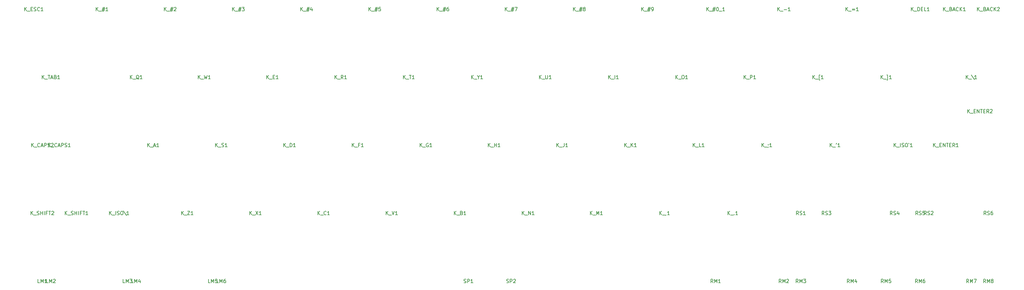
<source format=gto>
%TF.GenerationSoftware,KiCad,Pcbnew,4.0.7*%
%TF.CreationDate,2018-01-29T01:29:02-08:00*%
%TF.ProjectId,VoyagerII,566F796167657249492E6B696361645F,rev?*%
%TF.FileFunction,Legend,Top*%
%FSLAX46Y46*%
G04 Gerber Fmt 4.6, Leading zero omitted, Abs format (unit mm)*
G04 Created by KiCad (PCBNEW 4.0.7) date 01/29/18 01:29:02*
%MOMM*%
%LPD*%
G01*
G04 APERTURE LIST*
%ADD10C,0.100000*%
%ADD11C,0.150000*%
G04 APERTURE END LIST*
D10*
D11*
X245173809Y-60777381D02*
X245173809Y-59777381D01*
X245745238Y-60777381D02*
X245316666Y-60205952D01*
X245745238Y-59777381D02*
X245173809Y-60348810D01*
X245935714Y-60872619D02*
X246697619Y-60872619D01*
X246888095Y-60110714D02*
X247602381Y-60110714D01*
X247173809Y-59682143D02*
X246888095Y-60967857D01*
X247507143Y-60539286D02*
X246792857Y-60539286D01*
X247221429Y-60967857D02*
X247507143Y-59682143D01*
X248126190Y-59777381D02*
X248221429Y-59777381D01*
X248316667Y-59825000D01*
X248364286Y-59872619D01*
X248411905Y-59967857D01*
X248459524Y-60158333D01*
X248459524Y-60396429D01*
X248411905Y-60586905D01*
X248364286Y-60682143D01*
X248316667Y-60729762D01*
X248221429Y-60777381D01*
X248126190Y-60777381D01*
X248030952Y-60729762D01*
X247983333Y-60682143D01*
X247935714Y-60586905D01*
X247888095Y-60396429D01*
X247888095Y-60158333D01*
X247935714Y-59967857D01*
X247983333Y-59872619D01*
X248030952Y-59825000D01*
X248126190Y-59777381D01*
X248650000Y-60872619D02*
X249411905Y-60872619D01*
X250173810Y-60777381D02*
X249602381Y-60777381D01*
X249888095Y-60777381D02*
X249888095Y-59777381D01*
X249792857Y-59920238D01*
X249697619Y-60015476D01*
X249602381Y-60063095D01*
X74580952Y-60777381D02*
X74580952Y-59777381D01*
X75152381Y-60777381D02*
X74723809Y-60205952D01*
X75152381Y-59777381D02*
X74580952Y-60348810D01*
X75342857Y-60872619D02*
X76104762Y-60872619D01*
X76295238Y-60110714D02*
X77009524Y-60110714D01*
X76580952Y-59682143D02*
X76295238Y-60967857D01*
X76914286Y-60539286D02*
X76200000Y-60539286D01*
X76628572Y-60967857D02*
X76914286Y-59682143D01*
X77866667Y-60777381D02*
X77295238Y-60777381D01*
X77580952Y-60777381D02*
X77580952Y-59777381D01*
X77485714Y-59920238D01*
X77390476Y-60015476D01*
X77295238Y-60063095D01*
X93630952Y-60777381D02*
X93630952Y-59777381D01*
X94202381Y-60777381D02*
X93773809Y-60205952D01*
X94202381Y-59777381D02*
X93630952Y-60348810D01*
X94392857Y-60872619D02*
X95154762Y-60872619D01*
X95345238Y-60110714D02*
X96059524Y-60110714D01*
X95630952Y-59682143D02*
X95345238Y-60967857D01*
X95964286Y-60539286D02*
X95250000Y-60539286D01*
X95678572Y-60967857D02*
X95964286Y-59682143D01*
X96345238Y-59872619D02*
X96392857Y-59825000D01*
X96488095Y-59777381D01*
X96726191Y-59777381D01*
X96821429Y-59825000D01*
X96869048Y-59872619D01*
X96916667Y-59967857D01*
X96916667Y-60063095D01*
X96869048Y-60205952D01*
X96297619Y-60777381D01*
X96916667Y-60777381D01*
X112680952Y-60777381D02*
X112680952Y-59777381D01*
X113252381Y-60777381D02*
X112823809Y-60205952D01*
X113252381Y-59777381D02*
X112680952Y-60348810D01*
X113442857Y-60872619D02*
X114204762Y-60872619D01*
X114395238Y-60110714D02*
X115109524Y-60110714D01*
X114680952Y-59682143D02*
X114395238Y-60967857D01*
X115014286Y-60539286D02*
X114300000Y-60539286D01*
X114728572Y-60967857D02*
X115014286Y-59682143D01*
X115347619Y-59777381D02*
X115966667Y-59777381D01*
X115633333Y-60158333D01*
X115776191Y-60158333D01*
X115871429Y-60205952D01*
X115919048Y-60253571D01*
X115966667Y-60348810D01*
X115966667Y-60586905D01*
X115919048Y-60682143D01*
X115871429Y-60729762D01*
X115776191Y-60777381D01*
X115490476Y-60777381D01*
X115395238Y-60729762D01*
X115347619Y-60682143D01*
X131730952Y-60777381D02*
X131730952Y-59777381D01*
X132302381Y-60777381D02*
X131873809Y-60205952D01*
X132302381Y-59777381D02*
X131730952Y-60348810D01*
X132492857Y-60872619D02*
X133254762Y-60872619D01*
X133445238Y-60110714D02*
X134159524Y-60110714D01*
X133730952Y-59682143D02*
X133445238Y-60967857D01*
X134064286Y-60539286D02*
X133350000Y-60539286D01*
X133778572Y-60967857D02*
X134064286Y-59682143D01*
X134921429Y-60110714D02*
X134921429Y-60777381D01*
X134683333Y-59729762D02*
X134445238Y-60444048D01*
X135064286Y-60444048D01*
X150780952Y-60777381D02*
X150780952Y-59777381D01*
X151352381Y-60777381D02*
X150923809Y-60205952D01*
X151352381Y-59777381D02*
X150780952Y-60348810D01*
X151542857Y-60872619D02*
X152304762Y-60872619D01*
X152495238Y-60110714D02*
X153209524Y-60110714D01*
X152780952Y-59682143D02*
X152495238Y-60967857D01*
X153114286Y-60539286D02*
X152400000Y-60539286D01*
X152828572Y-60967857D02*
X153114286Y-59682143D01*
X154019048Y-59777381D02*
X153542857Y-59777381D01*
X153495238Y-60253571D01*
X153542857Y-60205952D01*
X153638095Y-60158333D01*
X153876191Y-60158333D01*
X153971429Y-60205952D01*
X154019048Y-60253571D01*
X154066667Y-60348810D01*
X154066667Y-60586905D01*
X154019048Y-60682143D01*
X153971429Y-60729762D01*
X153876191Y-60777381D01*
X153638095Y-60777381D01*
X153542857Y-60729762D01*
X153495238Y-60682143D01*
X169830952Y-60777381D02*
X169830952Y-59777381D01*
X170402381Y-60777381D02*
X169973809Y-60205952D01*
X170402381Y-59777381D02*
X169830952Y-60348810D01*
X170592857Y-60872619D02*
X171354762Y-60872619D01*
X171545238Y-60110714D02*
X172259524Y-60110714D01*
X171830952Y-59682143D02*
X171545238Y-60967857D01*
X172164286Y-60539286D02*
X171450000Y-60539286D01*
X171878572Y-60967857D02*
X172164286Y-59682143D01*
X173021429Y-59777381D02*
X172830952Y-59777381D01*
X172735714Y-59825000D01*
X172688095Y-59872619D01*
X172592857Y-60015476D01*
X172545238Y-60205952D01*
X172545238Y-60586905D01*
X172592857Y-60682143D01*
X172640476Y-60729762D01*
X172735714Y-60777381D01*
X172926191Y-60777381D01*
X173021429Y-60729762D01*
X173069048Y-60682143D01*
X173116667Y-60586905D01*
X173116667Y-60348810D01*
X173069048Y-60253571D01*
X173021429Y-60205952D01*
X172926191Y-60158333D01*
X172735714Y-60158333D01*
X172640476Y-60205952D01*
X172592857Y-60253571D01*
X172545238Y-60348810D01*
X188880952Y-60777381D02*
X188880952Y-59777381D01*
X189452381Y-60777381D02*
X189023809Y-60205952D01*
X189452381Y-59777381D02*
X188880952Y-60348810D01*
X189642857Y-60872619D02*
X190404762Y-60872619D01*
X190595238Y-60110714D02*
X191309524Y-60110714D01*
X190880952Y-59682143D02*
X190595238Y-60967857D01*
X191214286Y-60539286D02*
X190500000Y-60539286D01*
X190928572Y-60967857D02*
X191214286Y-59682143D01*
X191547619Y-59777381D02*
X192214286Y-59777381D01*
X191785714Y-60777381D01*
X207930952Y-60777381D02*
X207930952Y-59777381D01*
X208502381Y-60777381D02*
X208073809Y-60205952D01*
X208502381Y-59777381D02*
X207930952Y-60348810D01*
X208692857Y-60872619D02*
X209454762Y-60872619D01*
X209645238Y-60110714D02*
X210359524Y-60110714D01*
X209930952Y-59682143D02*
X209645238Y-60967857D01*
X210264286Y-60539286D02*
X209550000Y-60539286D01*
X209978572Y-60967857D02*
X210264286Y-59682143D01*
X210835714Y-60205952D02*
X210740476Y-60158333D01*
X210692857Y-60110714D01*
X210645238Y-60015476D01*
X210645238Y-59967857D01*
X210692857Y-59872619D01*
X210740476Y-59825000D01*
X210835714Y-59777381D01*
X211026191Y-59777381D01*
X211121429Y-59825000D01*
X211169048Y-59872619D01*
X211216667Y-59967857D01*
X211216667Y-60015476D01*
X211169048Y-60110714D01*
X211121429Y-60158333D01*
X211026191Y-60205952D01*
X210835714Y-60205952D01*
X210740476Y-60253571D01*
X210692857Y-60301190D01*
X210645238Y-60396429D01*
X210645238Y-60586905D01*
X210692857Y-60682143D01*
X210740476Y-60729762D01*
X210835714Y-60777381D01*
X211026191Y-60777381D01*
X211121429Y-60729762D01*
X211169048Y-60682143D01*
X211216667Y-60586905D01*
X211216667Y-60396429D01*
X211169048Y-60301190D01*
X211121429Y-60253571D01*
X211026191Y-60205952D01*
X226980952Y-60777381D02*
X226980952Y-59777381D01*
X227552381Y-60777381D02*
X227123809Y-60205952D01*
X227552381Y-59777381D02*
X226980952Y-60348810D01*
X227742857Y-60872619D02*
X228504762Y-60872619D01*
X228695238Y-60110714D02*
X229409524Y-60110714D01*
X228980952Y-59682143D02*
X228695238Y-60967857D01*
X229314286Y-60539286D02*
X228600000Y-60539286D01*
X229028572Y-60967857D02*
X229314286Y-59682143D01*
X229790476Y-60777381D02*
X229980952Y-60777381D01*
X230076191Y-60729762D01*
X230123810Y-60682143D01*
X230219048Y-60539286D01*
X230266667Y-60348810D01*
X230266667Y-59967857D01*
X230219048Y-59872619D01*
X230171429Y-59825000D01*
X230076191Y-59777381D01*
X229885714Y-59777381D01*
X229790476Y-59825000D01*
X229742857Y-59872619D01*
X229695238Y-59967857D01*
X229695238Y-60205952D01*
X229742857Y-60301190D01*
X229790476Y-60348810D01*
X229885714Y-60396429D01*
X230076191Y-60396429D01*
X230171429Y-60348810D01*
X230219048Y-60301190D01*
X230266667Y-60205952D01*
X279630357Y-98877381D02*
X279630357Y-97877381D01*
X280201786Y-98877381D02*
X279773214Y-98305952D01*
X280201786Y-97877381D02*
X279630357Y-98448810D01*
X280392262Y-98972619D02*
X281154167Y-98972619D01*
X281439881Y-97877381D02*
X281344643Y-98067857D01*
X282392262Y-98877381D02*
X281820833Y-98877381D01*
X282106547Y-98877381D02*
X282106547Y-97877381D01*
X282011309Y-98020238D01*
X281916071Y-98115476D01*
X281820833Y-98163095D01*
X232005357Y-117927381D02*
X232005357Y-116927381D01*
X232576786Y-117927381D02*
X232148214Y-117355952D01*
X232576786Y-116927381D02*
X232005357Y-117498810D01*
X232767262Y-118022619D02*
X233529167Y-118022619D01*
X233814881Y-117879762D02*
X233814881Y-117927381D01*
X233767262Y-118022619D01*
X233719643Y-118070238D01*
X234767262Y-117927381D02*
X234195833Y-117927381D01*
X234481547Y-117927381D02*
X234481547Y-116927381D01*
X234386309Y-117070238D01*
X234291071Y-117165476D01*
X234195833Y-117213095D01*
X264961905Y-60777381D02*
X264961905Y-59777381D01*
X265533334Y-60777381D02*
X265104762Y-60205952D01*
X265533334Y-59777381D02*
X264961905Y-60348810D01*
X265723810Y-60872619D02*
X266485715Y-60872619D01*
X266723810Y-60396429D02*
X267485715Y-60396429D01*
X268485715Y-60777381D02*
X267914286Y-60777381D01*
X268200000Y-60777381D02*
X268200000Y-59777381D01*
X268104762Y-59920238D01*
X268009524Y-60015476D01*
X267914286Y-60063095D01*
X251055357Y-117927381D02*
X251055357Y-116927381D01*
X251626786Y-117927381D02*
X251198214Y-117355952D01*
X251626786Y-116927381D02*
X251055357Y-117498810D01*
X251817262Y-118022619D02*
X252579167Y-118022619D01*
X252817262Y-117832143D02*
X252864881Y-117879762D01*
X252817262Y-117927381D01*
X252769643Y-117879762D01*
X252817262Y-117832143D01*
X252817262Y-117927381D01*
X253817262Y-117927381D02*
X253245833Y-117927381D01*
X253531547Y-117927381D02*
X253531547Y-116927381D01*
X253436309Y-117070238D01*
X253341071Y-117165476D01*
X253245833Y-117213095D01*
X260580357Y-98877381D02*
X260580357Y-97877381D01*
X261151786Y-98877381D02*
X260723214Y-98305952D01*
X261151786Y-97877381D02*
X260580357Y-98448810D01*
X261342262Y-98972619D02*
X262104167Y-98972619D01*
X262389881Y-98829762D02*
X262389881Y-98877381D01*
X262342262Y-98972619D01*
X262294643Y-99020238D01*
X262342262Y-98258333D02*
X262389881Y-98305952D01*
X262342262Y-98353571D01*
X262294643Y-98305952D01*
X262342262Y-98258333D01*
X262342262Y-98353571D01*
X263342262Y-98877381D02*
X262770833Y-98877381D01*
X263056547Y-98877381D02*
X263056547Y-97877381D01*
X262961309Y-98020238D01*
X262866071Y-98115476D01*
X262770833Y-98163095D01*
X284011905Y-60777381D02*
X284011905Y-59777381D01*
X284583334Y-60777381D02*
X284154762Y-60205952D01*
X284583334Y-59777381D02*
X284011905Y-60348810D01*
X284773810Y-60872619D02*
X285535715Y-60872619D01*
X285773810Y-60253571D02*
X286535715Y-60253571D01*
X286535715Y-60539286D02*
X285773810Y-60539286D01*
X287535715Y-60777381D02*
X286964286Y-60777381D01*
X287250000Y-60777381D02*
X287250000Y-59777381D01*
X287154762Y-59920238D01*
X287059524Y-60015476D01*
X286964286Y-60063095D01*
X88939881Y-98877381D02*
X88939881Y-97877381D01*
X89511310Y-98877381D02*
X89082738Y-98305952D01*
X89511310Y-97877381D02*
X88939881Y-98448810D01*
X89701786Y-98972619D02*
X90463691Y-98972619D01*
X90654167Y-98591667D02*
X91130358Y-98591667D01*
X90558929Y-98877381D02*
X90892262Y-97877381D01*
X91225596Y-98877381D01*
X92082739Y-98877381D02*
X91511310Y-98877381D01*
X91797024Y-98877381D02*
X91797024Y-97877381D01*
X91701786Y-98020238D01*
X91606548Y-98115476D01*
X91511310Y-98163095D01*
X174593452Y-117927381D02*
X174593452Y-116927381D01*
X175164881Y-117927381D02*
X174736309Y-117355952D01*
X175164881Y-116927381D02*
X174593452Y-117498810D01*
X175355357Y-118022619D02*
X176117262Y-118022619D01*
X176688691Y-117403571D02*
X176831548Y-117451190D01*
X176879167Y-117498810D01*
X176926786Y-117594048D01*
X176926786Y-117736905D01*
X176879167Y-117832143D01*
X176831548Y-117879762D01*
X176736310Y-117927381D01*
X176355357Y-117927381D01*
X176355357Y-116927381D01*
X176688691Y-116927381D01*
X176783929Y-116975000D01*
X176831548Y-117022619D01*
X176879167Y-117117857D01*
X176879167Y-117213095D01*
X176831548Y-117308333D01*
X176783929Y-117355952D01*
X176688691Y-117403571D01*
X176355357Y-117403571D01*
X177879167Y-117927381D02*
X177307738Y-117927381D01*
X177593452Y-117927381D02*
X177593452Y-116927381D01*
X177498214Y-117070238D01*
X177402976Y-117165476D01*
X177307738Y-117213095D01*
X311277381Y-60777381D02*
X311277381Y-59777381D01*
X311848810Y-60777381D02*
X311420238Y-60205952D01*
X311848810Y-59777381D02*
X311277381Y-60348810D01*
X312039286Y-60872619D02*
X312801191Y-60872619D01*
X313372620Y-60253571D02*
X313515477Y-60301190D01*
X313563096Y-60348810D01*
X313610715Y-60444048D01*
X313610715Y-60586905D01*
X313563096Y-60682143D01*
X313515477Y-60729762D01*
X313420239Y-60777381D01*
X313039286Y-60777381D01*
X313039286Y-59777381D01*
X313372620Y-59777381D01*
X313467858Y-59825000D01*
X313515477Y-59872619D01*
X313563096Y-59967857D01*
X313563096Y-60063095D01*
X313515477Y-60158333D01*
X313467858Y-60205952D01*
X313372620Y-60253571D01*
X313039286Y-60253571D01*
X313991667Y-60491667D02*
X314467858Y-60491667D01*
X313896429Y-60777381D02*
X314229762Y-59777381D01*
X314563096Y-60777381D01*
X315467858Y-60682143D02*
X315420239Y-60729762D01*
X315277382Y-60777381D01*
X315182144Y-60777381D01*
X315039286Y-60729762D01*
X314944048Y-60634524D01*
X314896429Y-60539286D01*
X314848810Y-60348810D01*
X314848810Y-60205952D01*
X314896429Y-60015476D01*
X314944048Y-59920238D01*
X315039286Y-59825000D01*
X315182144Y-59777381D01*
X315277382Y-59777381D01*
X315420239Y-59825000D01*
X315467858Y-59872619D01*
X315896429Y-60777381D02*
X315896429Y-59777381D01*
X316467858Y-60777381D02*
X316039286Y-60205952D01*
X316467858Y-59777381D02*
X315896429Y-60348810D01*
X317420239Y-60777381D02*
X316848810Y-60777381D01*
X317134524Y-60777381D02*
X317134524Y-59777381D01*
X317039286Y-59920238D01*
X316944048Y-60015476D01*
X316848810Y-60063095D01*
X320802381Y-60777381D02*
X320802381Y-59777381D01*
X321373810Y-60777381D02*
X320945238Y-60205952D01*
X321373810Y-59777381D02*
X320802381Y-60348810D01*
X321564286Y-60872619D02*
X322326191Y-60872619D01*
X322897620Y-60253571D02*
X323040477Y-60301190D01*
X323088096Y-60348810D01*
X323135715Y-60444048D01*
X323135715Y-60586905D01*
X323088096Y-60682143D01*
X323040477Y-60729762D01*
X322945239Y-60777381D01*
X322564286Y-60777381D01*
X322564286Y-59777381D01*
X322897620Y-59777381D01*
X322992858Y-59825000D01*
X323040477Y-59872619D01*
X323088096Y-59967857D01*
X323088096Y-60063095D01*
X323040477Y-60158333D01*
X322992858Y-60205952D01*
X322897620Y-60253571D01*
X322564286Y-60253571D01*
X323516667Y-60491667D02*
X323992858Y-60491667D01*
X323421429Y-60777381D02*
X323754762Y-59777381D01*
X324088096Y-60777381D01*
X324992858Y-60682143D02*
X324945239Y-60729762D01*
X324802382Y-60777381D01*
X324707144Y-60777381D01*
X324564286Y-60729762D01*
X324469048Y-60634524D01*
X324421429Y-60539286D01*
X324373810Y-60348810D01*
X324373810Y-60205952D01*
X324421429Y-60015476D01*
X324469048Y-59920238D01*
X324564286Y-59825000D01*
X324707144Y-59777381D01*
X324802382Y-59777381D01*
X324945239Y-59825000D01*
X324992858Y-59872619D01*
X325421429Y-60777381D02*
X325421429Y-59777381D01*
X325992858Y-60777381D02*
X325564286Y-60205952D01*
X325992858Y-59777381D02*
X325421429Y-60348810D01*
X326373810Y-59872619D02*
X326421429Y-59825000D01*
X326516667Y-59777381D01*
X326754763Y-59777381D01*
X326850001Y-59825000D01*
X326897620Y-59872619D01*
X326945239Y-59967857D01*
X326945239Y-60063095D01*
X326897620Y-60205952D01*
X326326191Y-60777381D01*
X326945239Y-60777381D01*
X136493452Y-117927381D02*
X136493452Y-116927381D01*
X137064881Y-117927381D02*
X136636309Y-117355952D01*
X137064881Y-116927381D02*
X136493452Y-117498810D01*
X137255357Y-118022619D02*
X138017262Y-118022619D01*
X138826786Y-117832143D02*
X138779167Y-117879762D01*
X138636310Y-117927381D01*
X138541072Y-117927381D01*
X138398214Y-117879762D01*
X138302976Y-117784524D01*
X138255357Y-117689286D01*
X138207738Y-117498810D01*
X138207738Y-117355952D01*
X138255357Y-117165476D01*
X138302976Y-117070238D01*
X138398214Y-116975000D01*
X138541072Y-116927381D01*
X138636310Y-116927381D01*
X138779167Y-116975000D01*
X138826786Y-117022619D01*
X139779167Y-117927381D02*
X139207738Y-117927381D01*
X139493452Y-117927381D02*
X139493452Y-116927381D01*
X139398214Y-117070238D01*
X139302976Y-117165476D01*
X139207738Y-117213095D01*
X61269940Y-98877381D02*
X61269940Y-97877381D01*
X61841369Y-98877381D02*
X61412797Y-98305952D01*
X61841369Y-97877381D02*
X61269940Y-98448810D01*
X62031845Y-98972619D02*
X62793750Y-98972619D01*
X63603274Y-98782143D02*
X63555655Y-98829762D01*
X63412798Y-98877381D01*
X63317560Y-98877381D01*
X63174702Y-98829762D01*
X63079464Y-98734524D01*
X63031845Y-98639286D01*
X62984226Y-98448810D01*
X62984226Y-98305952D01*
X63031845Y-98115476D01*
X63079464Y-98020238D01*
X63174702Y-97925000D01*
X63317560Y-97877381D01*
X63412798Y-97877381D01*
X63555655Y-97925000D01*
X63603274Y-97972619D01*
X63984226Y-98591667D02*
X64460417Y-98591667D01*
X63888988Y-98877381D02*
X64222321Y-97877381D01*
X64555655Y-98877381D01*
X64888988Y-98877381D02*
X64888988Y-97877381D01*
X65269941Y-97877381D01*
X65365179Y-97925000D01*
X65412798Y-97972619D01*
X65460417Y-98067857D01*
X65460417Y-98210714D01*
X65412798Y-98305952D01*
X65365179Y-98353571D01*
X65269941Y-98401190D01*
X64888988Y-98401190D01*
X65841369Y-98829762D02*
X65984226Y-98877381D01*
X66222322Y-98877381D01*
X66317560Y-98829762D01*
X66365179Y-98782143D01*
X66412798Y-98686905D01*
X66412798Y-98591667D01*
X66365179Y-98496429D01*
X66317560Y-98448810D01*
X66222322Y-98401190D01*
X66031845Y-98353571D01*
X65936607Y-98305952D01*
X65888988Y-98258333D01*
X65841369Y-98163095D01*
X65841369Y-98067857D01*
X65888988Y-97972619D01*
X65936607Y-97925000D01*
X66031845Y-97877381D01*
X66269941Y-97877381D01*
X66412798Y-97925000D01*
X67365179Y-98877381D02*
X66793750Y-98877381D01*
X67079464Y-98877381D02*
X67079464Y-97877381D01*
X66984226Y-98020238D01*
X66888988Y-98115476D01*
X66793750Y-98163095D01*
X56507440Y-98877381D02*
X56507440Y-97877381D01*
X57078869Y-98877381D02*
X56650297Y-98305952D01*
X57078869Y-97877381D02*
X56507440Y-98448810D01*
X57269345Y-98972619D02*
X58031250Y-98972619D01*
X58840774Y-98782143D02*
X58793155Y-98829762D01*
X58650298Y-98877381D01*
X58555060Y-98877381D01*
X58412202Y-98829762D01*
X58316964Y-98734524D01*
X58269345Y-98639286D01*
X58221726Y-98448810D01*
X58221726Y-98305952D01*
X58269345Y-98115476D01*
X58316964Y-98020238D01*
X58412202Y-97925000D01*
X58555060Y-97877381D01*
X58650298Y-97877381D01*
X58793155Y-97925000D01*
X58840774Y-97972619D01*
X59221726Y-98591667D02*
X59697917Y-98591667D01*
X59126488Y-98877381D02*
X59459821Y-97877381D01*
X59793155Y-98877381D01*
X60126488Y-98877381D02*
X60126488Y-97877381D01*
X60507441Y-97877381D01*
X60602679Y-97925000D01*
X60650298Y-97972619D01*
X60697917Y-98067857D01*
X60697917Y-98210714D01*
X60650298Y-98305952D01*
X60602679Y-98353571D01*
X60507441Y-98401190D01*
X60126488Y-98401190D01*
X61078869Y-98829762D02*
X61221726Y-98877381D01*
X61459822Y-98877381D01*
X61555060Y-98829762D01*
X61602679Y-98782143D01*
X61650298Y-98686905D01*
X61650298Y-98591667D01*
X61602679Y-98496429D01*
X61555060Y-98448810D01*
X61459822Y-98401190D01*
X61269345Y-98353571D01*
X61174107Y-98305952D01*
X61126488Y-98258333D01*
X61078869Y-98163095D01*
X61078869Y-98067857D01*
X61126488Y-97972619D01*
X61174107Y-97925000D01*
X61269345Y-97877381D01*
X61507441Y-97877381D01*
X61650298Y-97925000D01*
X62031250Y-97972619D02*
X62078869Y-97925000D01*
X62174107Y-97877381D01*
X62412203Y-97877381D01*
X62507441Y-97925000D01*
X62555060Y-97972619D01*
X62602679Y-98067857D01*
X62602679Y-98163095D01*
X62555060Y-98305952D01*
X61983631Y-98877381D01*
X62602679Y-98877381D01*
X126968452Y-98877381D02*
X126968452Y-97877381D01*
X127539881Y-98877381D02*
X127111309Y-98305952D01*
X127539881Y-97877381D02*
X126968452Y-98448810D01*
X127730357Y-98972619D02*
X128492262Y-98972619D01*
X128730357Y-98877381D02*
X128730357Y-97877381D01*
X128968452Y-97877381D01*
X129111310Y-97925000D01*
X129206548Y-98020238D01*
X129254167Y-98115476D01*
X129301786Y-98305952D01*
X129301786Y-98448810D01*
X129254167Y-98639286D01*
X129206548Y-98734524D01*
X129111310Y-98829762D01*
X128968452Y-98877381D01*
X128730357Y-98877381D01*
X130254167Y-98877381D02*
X129682738Y-98877381D01*
X129968452Y-98877381D02*
X129968452Y-97877381D01*
X129873214Y-98020238D01*
X129777976Y-98115476D01*
X129682738Y-98163095D01*
X302323809Y-60777381D02*
X302323809Y-59777381D01*
X302895238Y-60777381D02*
X302466666Y-60205952D01*
X302895238Y-59777381D02*
X302323809Y-60348810D01*
X303085714Y-60872619D02*
X303847619Y-60872619D01*
X304085714Y-60777381D02*
X304085714Y-59777381D01*
X304323809Y-59777381D01*
X304466667Y-59825000D01*
X304561905Y-59920238D01*
X304609524Y-60015476D01*
X304657143Y-60205952D01*
X304657143Y-60348810D01*
X304609524Y-60539286D01*
X304561905Y-60634524D01*
X304466667Y-60729762D01*
X304323809Y-60777381D01*
X304085714Y-60777381D01*
X305085714Y-60253571D02*
X305419048Y-60253571D01*
X305561905Y-60777381D02*
X305085714Y-60777381D01*
X305085714Y-59777381D01*
X305561905Y-59777381D01*
X306466667Y-60777381D02*
X305990476Y-60777381D01*
X305990476Y-59777381D01*
X307323810Y-60777381D02*
X306752381Y-60777381D01*
X307038095Y-60777381D02*
X307038095Y-59777381D01*
X306942857Y-59920238D01*
X306847619Y-60015476D01*
X306752381Y-60063095D01*
X122253571Y-79827381D02*
X122253571Y-78827381D01*
X122825000Y-79827381D02*
X122396428Y-79255952D01*
X122825000Y-78827381D02*
X122253571Y-79398810D01*
X123015476Y-79922619D02*
X123777381Y-79922619D01*
X124015476Y-79303571D02*
X124348810Y-79303571D01*
X124491667Y-79827381D02*
X124015476Y-79827381D01*
X124015476Y-78827381D01*
X124491667Y-78827381D01*
X125444048Y-79827381D02*
X124872619Y-79827381D01*
X125158333Y-79827381D02*
X125158333Y-78827381D01*
X125063095Y-78970238D01*
X124967857Y-79065476D01*
X124872619Y-79113095D01*
X308515178Y-98877381D02*
X308515178Y-97877381D01*
X309086607Y-98877381D02*
X308658035Y-98305952D01*
X309086607Y-97877381D02*
X308515178Y-98448810D01*
X309277083Y-98972619D02*
X310038988Y-98972619D01*
X310277083Y-98353571D02*
X310610417Y-98353571D01*
X310753274Y-98877381D02*
X310277083Y-98877381D01*
X310277083Y-97877381D01*
X310753274Y-97877381D01*
X311181845Y-98877381D02*
X311181845Y-97877381D01*
X311753274Y-98877381D01*
X311753274Y-97877381D01*
X312086607Y-97877381D02*
X312658036Y-97877381D01*
X312372321Y-98877381D02*
X312372321Y-97877381D01*
X312991369Y-98353571D02*
X313324703Y-98353571D01*
X313467560Y-98877381D02*
X312991369Y-98877381D01*
X312991369Y-97877381D01*
X313467560Y-97877381D01*
X314467560Y-98877381D02*
X314134226Y-98401190D01*
X313896131Y-98877381D02*
X313896131Y-97877381D01*
X314277084Y-97877381D01*
X314372322Y-97925000D01*
X314419941Y-97972619D01*
X314467560Y-98067857D01*
X314467560Y-98210714D01*
X314419941Y-98305952D01*
X314372322Y-98353571D01*
X314277084Y-98401190D01*
X313896131Y-98401190D01*
X315419941Y-98877381D02*
X314848512Y-98877381D01*
X315134226Y-98877381D02*
X315134226Y-97877381D01*
X315038988Y-98020238D01*
X314943750Y-98115476D01*
X314848512Y-98163095D01*
X318040178Y-89352381D02*
X318040178Y-88352381D01*
X318611607Y-89352381D02*
X318183035Y-88780952D01*
X318611607Y-88352381D02*
X318040178Y-88923810D01*
X318802083Y-89447619D02*
X319563988Y-89447619D01*
X319802083Y-88828571D02*
X320135417Y-88828571D01*
X320278274Y-89352381D02*
X319802083Y-89352381D01*
X319802083Y-88352381D01*
X320278274Y-88352381D01*
X320706845Y-89352381D02*
X320706845Y-88352381D01*
X321278274Y-89352381D01*
X321278274Y-88352381D01*
X321611607Y-88352381D02*
X322183036Y-88352381D01*
X321897321Y-89352381D02*
X321897321Y-88352381D01*
X322516369Y-88828571D02*
X322849703Y-88828571D01*
X322992560Y-89352381D02*
X322516369Y-89352381D01*
X322516369Y-88352381D01*
X322992560Y-88352381D01*
X323992560Y-89352381D02*
X323659226Y-88876190D01*
X323421131Y-89352381D02*
X323421131Y-88352381D01*
X323802084Y-88352381D01*
X323897322Y-88400000D01*
X323944941Y-88447619D01*
X323992560Y-88542857D01*
X323992560Y-88685714D01*
X323944941Y-88780952D01*
X323897322Y-88828571D01*
X323802084Y-88876190D01*
X323421131Y-88876190D01*
X324373512Y-88447619D02*
X324421131Y-88400000D01*
X324516369Y-88352381D01*
X324754465Y-88352381D01*
X324849703Y-88400000D01*
X324897322Y-88447619D01*
X324944941Y-88542857D01*
X324944941Y-88638095D01*
X324897322Y-88780952D01*
X324325893Y-89352381D01*
X324944941Y-89352381D01*
X54602381Y-60777381D02*
X54602381Y-59777381D01*
X55173810Y-60777381D02*
X54745238Y-60205952D01*
X55173810Y-59777381D02*
X54602381Y-60348810D01*
X55364286Y-60872619D02*
X56126191Y-60872619D01*
X56364286Y-60253571D02*
X56697620Y-60253571D01*
X56840477Y-60777381D02*
X56364286Y-60777381D01*
X56364286Y-59777381D01*
X56840477Y-59777381D01*
X57221429Y-60729762D02*
X57364286Y-60777381D01*
X57602382Y-60777381D01*
X57697620Y-60729762D01*
X57745239Y-60682143D01*
X57792858Y-60586905D01*
X57792858Y-60491667D01*
X57745239Y-60396429D01*
X57697620Y-60348810D01*
X57602382Y-60301190D01*
X57411905Y-60253571D01*
X57316667Y-60205952D01*
X57269048Y-60158333D01*
X57221429Y-60063095D01*
X57221429Y-59967857D01*
X57269048Y-59872619D01*
X57316667Y-59825000D01*
X57411905Y-59777381D01*
X57650001Y-59777381D01*
X57792858Y-59825000D01*
X58792858Y-60682143D02*
X58745239Y-60729762D01*
X58602382Y-60777381D01*
X58507144Y-60777381D01*
X58364286Y-60729762D01*
X58269048Y-60634524D01*
X58221429Y-60539286D01*
X58173810Y-60348810D01*
X58173810Y-60205952D01*
X58221429Y-60015476D01*
X58269048Y-59920238D01*
X58364286Y-59825000D01*
X58507144Y-59777381D01*
X58602382Y-59777381D01*
X58745239Y-59825000D01*
X58792858Y-59872619D01*
X59745239Y-60777381D02*
X59173810Y-60777381D01*
X59459524Y-60777381D02*
X59459524Y-59777381D01*
X59364286Y-59920238D01*
X59269048Y-60015476D01*
X59173810Y-60063095D01*
X146089881Y-98877381D02*
X146089881Y-97877381D01*
X146661310Y-98877381D02*
X146232738Y-98305952D01*
X146661310Y-97877381D02*
X146089881Y-98448810D01*
X146851786Y-98972619D02*
X147613691Y-98972619D01*
X148185120Y-98353571D02*
X147851786Y-98353571D01*
X147851786Y-98877381D02*
X147851786Y-97877381D01*
X148327977Y-97877381D01*
X149232739Y-98877381D02*
X148661310Y-98877381D01*
X148947024Y-98877381D02*
X148947024Y-97877381D01*
X148851786Y-98020238D01*
X148756548Y-98115476D01*
X148661310Y-98163095D01*
X165068452Y-98877381D02*
X165068452Y-97877381D01*
X165639881Y-98877381D02*
X165211309Y-98305952D01*
X165639881Y-97877381D02*
X165068452Y-98448810D01*
X165830357Y-98972619D02*
X166592262Y-98972619D01*
X167354167Y-97925000D02*
X167258929Y-97877381D01*
X167116072Y-97877381D01*
X166973214Y-97925000D01*
X166877976Y-98020238D01*
X166830357Y-98115476D01*
X166782738Y-98305952D01*
X166782738Y-98448810D01*
X166830357Y-98639286D01*
X166877976Y-98734524D01*
X166973214Y-98829762D01*
X167116072Y-98877381D01*
X167211310Y-98877381D01*
X167354167Y-98829762D01*
X167401786Y-98782143D01*
X167401786Y-98448810D01*
X167211310Y-98448810D01*
X168354167Y-98877381D02*
X167782738Y-98877381D01*
X168068452Y-98877381D02*
X168068452Y-97877381D01*
X167973214Y-98020238D01*
X167877976Y-98115476D01*
X167782738Y-98163095D01*
X184094643Y-98877381D02*
X184094643Y-97877381D01*
X184666072Y-98877381D02*
X184237500Y-98305952D01*
X184666072Y-97877381D02*
X184094643Y-98448810D01*
X184856548Y-98972619D02*
X185618453Y-98972619D01*
X185856548Y-98877381D02*
X185856548Y-97877381D01*
X185856548Y-98353571D02*
X186427977Y-98353571D01*
X186427977Y-98877381D02*
X186427977Y-97877381D01*
X187427977Y-98877381D02*
X186856548Y-98877381D01*
X187142262Y-98877381D02*
X187142262Y-97877381D01*
X187047024Y-98020238D01*
X186951786Y-98115476D01*
X186856548Y-98163095D01*
X217717857Y-79827381D02*
X217717857Y-78827381D01*
X218289286Y-79827381D02*
X217860714Y-79255952D01*
X218289286Y-78827381D02*
X217717857Y-79398810D01*
X218479762Y-79922619D02*
X219241667Y-79922619D01*
X219479762Y-79827381D02*
X219479762Y-78827381D01*
X220479762Y-79827381D02*
X219908333Y-79827381D01*
X220194047Y-79827381D02*
X220194047Y-78827381D01*
X220098809Y-78970238D01*
X220003571Y-79065476D01*
X219908333Y-79113095D01*
X78272024Y-117927381D02*
X78272024Y-116927381D01*
X78843453Y-117927381D02*
X78414881Y-117355952D01*
X78843453Y-116927381D02*
X78272024Y-117498810D01*
X79033929Y-118022619D02*
X79795834Y-118022619D01*
X80033929Y-117927381D02*
X80033929Y-116927381D01*
X80462500Y-117879762D02*
X80605357Y-117927381D01*
X80843453Y-117927381D01*
X80938691Y-117879762D01*
X80986310Y-117832143D01*
X81033929Y-117736905D01*
X81033929Y-117641667D01*
X80986310Y-117546429D01*
X80938691Y-117498810D01*
X80843453Y-117451190D01*
X80652976Y-117403571D01*
X80557738Y-117355952D01*
X80510119Y-117308333D01*
X80462500Y-117213095D01*
X80462500Y-117117857D01*
X80510119Y-117022619D01*
X80557738Y-116975000D01*
X80652976Y-116927381D01*
X80891072Y-116927381D01*
X81033929Y-116975000D01*
X81652976Y-116927381D02*
X81843453Y-116927381D01*
X81938691Y-116975000D01*
X82033929Y-117070238D01*
X82081548Y-117260714D01*
X82081548Y-117594048D01*
X82033929Y-117784524D01*
X81938691Y-117879762D01*
X81843453Y-117927381D01*
X81652976Y-117927381D01*
X81557738Y-117879762D01*
X81462500Y-117784524D01*
X81414881Y-117594048D01*
X81414881Y-117260714D01*
X81462500Y-117070238D01*
X81557738Y-116975000D01*
X81652976Y-116927381D01*
X82176786Y-116832143D02*
X83033929Y-118117857D01*
X83700596Y-117927381D02*
X83129167Y-117927381D01*
X83414881Y-117927381D02*
X83414881Y-116927381D01*
X83319643Y-117070238D01*
X83224405Y-117165476D01*
X83129167Y-117213095D01*
X297489881Y-98877381D02*
X297489881Y-97877381D01*
X298061310Y-98877381D02*
X297632738Y-98305952D01*
X298061310Y-97877381D02*
X297489881Y-98448810D01*
X298251786Y-98972619D02*
X299013691Y-98972619D01*
X299251786Y-98877381D02*
X299251786Y-97877381D01*
X299680357Y-98829762D02*
X299823214Y-98877381D01*
X300061310Y-98877381D01*
X300156548Y-98829762D01*
X300204167Y-98782143D01*
X300251786Y-98686905D01*
X300251786Y-98591667D01*
X300204167Y-98496429D01*
X300156548Y-98448810D01*
X300061310Y-98401190D01*
X299870833Y-98353571D01*
X299775595Y-98305952D01*
X299727976Y-98258333D01*
X299680357Y-98163095D01*
X299680357Y-98067857D01*
X299727976Y-97972619D01*
X299775595Y-97925000D01*
X299870833Y-97877381D01*
X300108929Y-97877381D01*
X300251786Y-97925000D01*
X300870833Y-97877381D02*
X301061310Y-97877381D01*
X301156548Y-97925000D01*
X301251786Y-98020238D01*
X301299405Y-98210714D01*
X301299405Y-98544048D01*
X301251786Y-98734524D01*
X301156548Y-98829762D01*
X301061310Y-98877381D01*
X300870833Y-98877381D01*
X300775595Y-98829762D01*
X300680357Y-98734524D01*
X300632738Y-98544048D01*
X300632738Y-98210714D01*
X300680357Y-98020238D01*
X300775595Y-97925000D01*
X300870833Y-97877381D01*
X301585119Y-97829762D02*
X301727976Y-97972619D01*
X302632738Y-98877381D02*
X302061309Y-98877381D01*
X302347023Y-98877381D02*
X302347023Y-97877381D01*
X302251785Y-98020238D01*
X302156547Y-98115476D01*
X302061309Y-98163095D01*
X203287500Y-98877381D02*
X203287500Y-97877381D01*
X203858929Y-98877381D02*
X203430357Y-98305952D01*
X203858929Y-97877381D02*
X203287500Y-98448810D01*
X204049405Y-98972619D02*
X204811310Y-98972619D01*
X205335120Y-97877381D02*
X205335120Y-98591667D01*
X205287500Y-98734524D01*
X205192262Y-98829762D01*
X205049405Y-98877381D01*
X204954167Y-98877381D01*
X206335120Y-98877381D02*
X205763691Y-98877381D01*
X206049405Y-98877381D02*
X206049405Y-97877381D01*
X205954167Y-98020238D01*
X205858929Y-98115476D01*
X205763691Y-98163095D01*
X222218452Y-98877381D02*
X222218452Y-97877381D01*
X222789881Y-98877381D02*
X222361309Y-98305952D01*
X222789881Y-97877381D02*
X222218452Y-98448810D01*
X222980357Y-98972619D02*
X223742262Y-98972619D01*
X223980357Y-98877381D02*
X223980357Y-97877381D01*
X224551786Y-98877381D02*
X224123214Y-98305952D01*
X224551786Y-97877381D02*
X223980357Y-98448810D01*
X225504167Y-98877381D02*
X224932738Y-98877381D01*
X225218452Y-98877381D02*
X225218452Y-97877381D01*
X225123214Y-98020238D01*
X225027976Y-98115476D01*
X224932738Y-98163095D01*
X241363690Y-98877381D02*
X241363690Y-97877381D01*
X241935119Y-98877381D02*
X241506547Y-98305952D01*
X241935119Y-97877381D02*
X241363690Y-98448810D01*
X242125595Y-98972619D02*
X242887500Y-98972619D01*
X243601786Y-98877381D02*
X243125595Y-98877381D01*
X243125595Y-97877381D01*
X244458929Y-98877381D02*
X243887500Y-98877381D01*
X244173214Y-98877381D02*
X244173214Y-97877381D01*
X244077976Y-98020238D01*
X243982738Y-98115476D01*
X243887500Y-98163095D01*
X212622024Y-117927381D02*
X212622024Y-116927381D01*
X213193453Y-117927381D02*
X212764881Y-117355952D01*
X213193453Y-116927381D02*
X212622024Y-117498810D01*
X213383929Y-118022619D02*
X214145834Y-118022619D01*
X214383929Y-117927381D02*
X214383929Y-116927381D01*
X214717263Y-117641667D01*
X215050596Y-116927381D01*
X215050596Y-117927381D01*
X216050596Y-117927381D02*
X215479167Y-117927381D01*
X215764881Y-117927381D02*
X215764881Y-116927381D01*
X215669643Y-117070238D01*
X215574405Y-117165476D01*
X215479167Y-117213095D01*
X193619643Y-117927381D02*
X193619643Y-116927381D01*
X194191072Y-117927381D02*
X193762500Y-117355952D01*
X194191072Y-116927381D02*
X193619643Y-117498810D01*
X194381548Y-118022619D02*
X195143453Y-118022619D01*
X195381548Y-117927381D02*
X195381548Y-116927381D01*
X195952977Y-117927381D01*
X195952977Y-116927381D01*
X196952977Y-117927381D02*
X196381548Y-117927381D01*
X196667262Y-117927381D02*
X196667262Y-116927381D01*
X196572024Y-117070238D01*
X196476786Y-117165476D01*
X196381548Y-117213095D01*
X236482143Y-79827381D02*
X236482143Y-78827381D01*
X237053572Y-79827381D02*
X236625000Y-79255952D01*
X237053572Y-78827381D02*
X236482143Y-79398810D01*
X237244048Y-79922619D02*
X238005953Y-79922619D01*
X238434524Y-78827381D02*
X238625001Y-78827381D01*
X238720239Y-78875000D01*
X238815477Y-78970238D01*
X238863096Y-79160714D01*
X238863096Y-79494048D01*
X238815477Y-79684524D01*
X238720239Y-79779762D01*
X238625001Y-79827381D01*
X238434524Y-79827381D01*
X238339286Y-79779762D01*
X238244048Y-79684524D01*
X238196429Y-79494048D01*
X238196429Y-79160714D01*
X238244048Y-78970238D01*
X238339286Y-78875000D01*
X238434524Y-78827381D01*
X239815477Y-79827381D02*
X239244048Y-79827381D01*
X239529762Y-79827381D02*
X239529762Y-78827381D01*
X239434524Y-78970238D01*
X239339286Y-79065476D01*
X239244048Y-79113095D01*
X255555952Y-79827381D02*
X255555952Y-78827381D01*
X256127381Y-79827381D02*
X255698809Y-79255952D01*
X256127381Y-78827381D02*
X255555952Y-79398810D01*
X256317857Y-79922619D02*
X257079762Y-79922619D01*
X257317857Y-79827381D02*
X257317857Y-78827381D01*
X257698810Y-78827381D01*
X257794048Y-78875000D01*
X257841667Y-78922619D01*
X257889286Y-79017857D01*
X257889286Y-79160714D01*
X257841667Y-79255952D01*
X257794048Y-79303571D01*
X257698810Y-79351190D01*
X257317857Y-79351190D01*
X258841667Y-79827381D02*
X258270238Y-79827381D01*
X258555952Y-79827381D02*
X258555952Y-78827381D01*
X258460714Y-78970238D01*
X258365476Y-79065476D01*
X258270238Y-79113095D01*
X84082143Y-79827381D02*
X84082143Y-78827381D01*
X84653572Y-79827381D02*
X84225000Y-79255952D01*
X84653572Y-78827381D02*
X84082143Y-79398810D01*
X84844048Y-79922619D02*
X85605953Y-79922619D01*
X86510715Y-79922619D02*
X86415477Y-79875000D01*
X86320239Y-79779762D01*
X86177382Y-79636905D01*
X86082143Y-79589286D01*
X85986905Y-79589286D01*
X86034524Y-79827381D02*
X85939286Y-79779762D01*
X85844048Y-79684524D01*
X85796429Y-79494048D01*
X85796429Y-79160714D01*
X85844048Y-78970238D01*
X85939286Y-78875000D01*
X86034524Y-78827381D01*
X86225001Y-78827381D01*
X86320239Y-78875000D01*
X86415477Y-78970238D01*
X86463096Y-79160714D01*
X86463096Y-79494048D01*
X86415477Y-79684524D01*
X86320239Y-79779762D01*
X86225001Y-79827381D01*
X86034524Y-79827381D01*
X87415477Y-79827381D02*
X86844048Y-79827381D01*
X87129762Y-79827381D02*
X87129762Y-78827381D01*
X87034524Y-78970238D01*
X86939286Y-79065476D01*
X86844048Y-79113095D01*
X141255952Y-79827381D02*
X141255952Y-78827381D01*
X141827381Y-79827381D02*
X141398809Y-79255952D01*
X141827381Y-78827381D02*
X141255952Y-79398810D01*
X142017857Y-79922619D02*
X142779762Y-79922619D01*
X143589286Y-79827381D02*
X143255952Y-79351190D01*
X143017857Y-79827381D02*
X143017857Y-78827381D01*
X143398810Y-78827381D01*
X143494048Y-78875000D01*
X143541667Y-78922619D01*
X143589286Y-79017857D01*
X143589286Y-79160714D01*
X143541667Y-79255952D01*
X143494048Y-79303571D01*
X143398810Y-79351190D01*
X143017857Y-79351190D01*
X144541667Y-79827381D02*
X143970238Y-79827381D01*
X144255952Y-79827381D02*
X144255952Y-78827381D01*
X144160714Y-78970238D01*
X144065476Y-79065476D01*
X143970238Y-79113095D01*
X107942262Y-98877381D02*
X107942262Y-97877381D01*
X108513691Y-98877381D02*
X108085119Y-98305952D01*
X108513691Y-97877381D02*
X107942262Y-98448810D01*
X108704167Y-98972619D02*
X109466072Y-98972619D01*
X109656548Y-98829762D02*
X109799405Y-98877381D01*
X110037501Y-98877381D01*
X110132739Y-98829762D01*
X110180358Y-98782143D01*
X110227977Y-98686905D01*
X110227977Y-98591667D01*
X110180358Y-98496429D01*
X110132739Y-98448810D01*
X110037501Y-98401190D01*
X109847024Y-98353571D01*
X109751786Y-98305952D01*
X109704167Y-98258333D01*
X109656548Y-98163095D01*
X109656548Y-98067857D01*
X109704167Y-97972619D01*
X109751786Y-97925000D01*
X109847024Y-97877381D01*
X110085120Y-97877381D01*
X110227977Y-97925000D01*
X111180358Y-98877381D02*
X110608929Y-98877381D01*
X110894643Y-98877381D02*
X110894643Y-97877381D01*
X110799405Y-98020238D01*
X110704167Y-98115476D01*
X110608929Y-98163095D01*
X65889583Y-117927381D02*
X65889583Y-116927381D01*
X66461012Y-117927381D02*
X66032440Y-117355952D01*
X66461012Y-116927381D02*
X65889583Y-117498810D01*
X66651488Y-118022619D02*
X67413393Y-118022619D01*
X67603869Y-117879762D02*
X67746726Y-117927381D01*
X67984822Y-117927381D01*
X68080060Y-117879762D01*
X68127679Y-117832143D01*
X68175298Y-117736905D01*
X68175298Y-117641667D01*
X68127679Y-117546429D01*
X68080060Y-117498810D01*
X67984822Y-117451190D01*
X67794345Y-117403571D01*
X67699107Y-117355952D01*
X67651488Y-117308333D01*
X67603869Y-117213095D01*
X67603869Y-117117857D01*
X67651488Y-117022619D01*
X67699107Y-116975000D01*
X67794345Y-116927381D01*
X68032441Y-116927381D01*
X68175298Y-116975000D01*
X68603869Y-117927381D02*
X68603869Y-116927381D01*
X68603869Y-117403571D02*
X69175298Y-117403571D01*
X69175298Y-117927381D02*
X69175298Y-116927381D01*
X69651488Y-117927381D02*
X69651488Y-116927381D01*
X70461012Y-117403571D02*
X70127678Y-117403571D01*
X70127678Y-117927381D02*
X70127678Y-116927381D01*
X70603869Y-116927381D01*
X70841964Y-116927381D02*
X71413393Y-116927381D01*
X71127678Y-117927381D02*
X71127678Y-116927381D01*
X72270536Y-117927381D02*
X71699107Y-117927381D01*
X71984821Y-117927381D02*
X71984821Y-116927381D01*
X71889583Y-117070238D01*
X71794345Y-117165476D01*
X71699107Y-117213095D01*
X56364583Y-117927381D02*
X56364583Y-116927381D01*
X56936012Y-117927381D02*
X56507440Y-117355952D01*
X56936012Y-116927381D02*
X56364583Y-117498810D01*
X57126488Y-118022619D02*
X57888393Y-118022619D01*
X58078869Y-117879762D02*
X58221726Y-117927381D01*
X58459822Y-117927381D01*
X58555060Y-117879762D01*
X58602679Y-117832143D01*
X58650298Y-117736905D01*
X58650298Y-117641667D01*
X58602679Y-117546429D01*
X58555060Y-117498810D01*
X58459822Y-117451190D01*
X58269345Y-117403571D01*
X58174107Y-117355952D01*
X58126488Y-117308333D01*
X58078869Y-117213095D01*
X58078869Y-117117857D01*
X58126488Y-117022619D01*
X58174107Y-116975000D01*
X58269345Y-116927381D01*
X58507441Y-116927381D01*
X58650298Y-116975000D01*
X59078869Y-117927381D02*
X59078869Y-116927381D01*
X59078869Y-117403571D02*
X59650298Y-117403571D01*
X59650298Y-117927381D02*
X59650298Y-116927381D01*
X60126488Y-117927381D02*
X60126488Y-116927381D01*
X60936012Y-117403571D02*
X60602678Y-117403571D01*
X60602678Y-117927381D02*
X60602678Y-116927381D01*
X61078869Y-116927381D01*
X61316964Y-116927381D02*
X61888393Y-116927381D01*
X61602678Y-117927381D02*
X61602678Y-116927381D01*
X62174107Y-117022619D02*
X62221726Y-116975000D01*
X62316964Y-116927381D01*
X62555060Y-116927381D01*
X62650298Y-116975000D01*
X62697917Y-117022619D01*
X62745536Y-117117857D01*
X62745536Y-117213095D01*
X62697917Y-117355952D01*
X62126488Y-117927381D01*
X62745536Y-117927381D01*
X160425000Y-79827381D02*
X160425000Y-78827381D01*
X160996429Y-79827381D02*
X160567857Y-79255952D01*
X160996429Y-78827381D02*
X160425000Y-79398810D01*
X161186905Y-79922619D02*
X161948810Y-79922619D01*
X162044048Y-78827381D02*
X162615477Y-78827381D01*
X162329762Y-79827381D02*
X162329762Y-78827381D01*
X163472620Y-79827381D02*
X162901191Y-79827381D01*
X163186905Y-79827381D02*
X163186905Y-78827381D01*
X163091667Y-78970238D01*
X162996429Y-79065476D01*
X162901191Y-79113095D01*
X59483928Y-79827381D02*
X59483928Y-78827381D01*
X60055357Y-79827381D02*
X59626785Y-79255952D01*
X60055357Y-78827381D02*
X59483928Y-79398810D01*
X60245833Y-79922619D02*
X61007738Y-79922619D01*
X61102976Y-78827381D02*
X61674405Y-78827381D01*
X61388690Y-79827381D02*
X61388690Y-78827381D01*
X61960119Y-79541667D02*
X62436310Y-79541667D01*
X61864881Y-79827381D02*
X62198214Y-78827381D01*
X62531548Y-79827381D01*
X63198215Y-79303571D02*
X63341072Y-79351190D01*
X63388691Y-79398810D01*
X63436310Y-79494048D01*
X63436310Y-79636905D01*
X63388691Y-79732143D01*
X63341072Y-79779762D01*
X63245834Y-79827381D01*
X62864881Y-79827381D01*
X62864881Y-78827381D01*
X63198215Y-78827381D01*
X63293453Y-78875000D01*
X63341072Y-78922619D01*
X63388691Y-79017857D01*
X63388691Y-79113095D01*
X63341072Y-79208333D01*
X63293453Y-79255952D01*
X63198215Y-79303571D01*
X62864881Y-79303571D01*
X64388691Y-79827381D02*
X63817262Y-79827381D01*
X64102976Y-79827381D02*
X64102976Y-78827381D01*
X64007738Y-78970238D01*
X63912500Y-79065476D01*
X63817262Y-79113095D01*
X198382143Y-79827381D02*
X198382143Y-78827381D01*
X198953572Y-79827381D02*
X198525000Y-79255952D01*
X198953572Y-78827381D02*
X198382143Y-79398810D01*
X199144048Y-79922619D02*
X199905953Y-79922619D01*
X200144048Y-78827381D02*
X200144048Y-79636905D01*
X200191667Y-79732143D01*
X200239286Y-79779762D01*
X200334524Y-79827381D01*
X200525001Y-79827381D01*
X200620239Y-79779762D01*
X200667858Y-79732143D01*
X200715477Y-79636905D01*
X200715477Y-78827381D01*
X201715477Y-79827381D02*
X201144048Y-79827381D01*
X201429762Y-79827381D02*
X201429762Y-78827381D01*
X201334524Y-78970238D01*
X201239286Y-79065476D01*
X201144048Y-79113095D01*
X155614881Y-117927381D02*
X155614881Y-116927381D01*
X156186310Y-117927381D02*
X155757738Y-117355952D01*
X156186310Y-116927381D02*
X155614881Y-117498810D01*
X156376786Y-118022619D02*
X157138691Y-118022619D01*
X157233929Y-116927381D02*
X157567262Y-117927381D01*
X157900596Y-116927381D01*
X158757739Y-117927381D02*
X158186310Y-117927381D01*
X158472024Y-117927381D02*
X158472024Y-116927381D01*
X158376786Y-117070238D01*
X158281548Y-117165476D01*
X158186310Y-117213095D01*
X103084524Y-79827381D02*
X103084524Y-78827381D01*
X103655953Y-79827381D02*
X103227381Y-79255952D01*
X103655953Y-78827381D02*
X103084524Y-79398810D01*
X103846429Y-79922619D02*
X104608334Y-79922619D01*
X104751191Y-78827381D02*
X104989286Y-79827381D01*
X105179763Y-79113095D01*
X105370239Y-79827381D01*
X105608334Y-78827381D01*
X106513096Y-79827381D02*
X105941667Y-79827381D01*
X106227381Y-79827381D02*
X106227381Y-78827381D01*
X106132143Y-78970238D01*
X106036905Y-79065476D01*
X105941667Y-79113095D01*
X117467262Y-117927381D02*
X117467262Y-116927381D01*
X118038691Y-117927381D02*
X117610119Y-117355952D01*
X118038691Y-116927381D02*
X117467262Y-117498810D01*
X118229167Y-118022619D02*
X118991072Y-118022619D01*
X119133929Y-116927381D02*
X119800596Y-117927381D01*
X119800596Y-116927381D02*
X119133929Y-117927381D01*
X120705358Y-117927381D02*
X120133929Y-117927381D01*
X120419643Y-117927381D02*
X120419643Y-116927381D01*
X120324405Y-117070238D01*
X120229167Y-117165476D01*
X120133929Y-117213095D01*
X179427381Y-79827381D02*
X179427381Y-78827381D01*
X179998810Y-79827381D02*
X179570238Y-79255952D01*
X179998810Y-78827381D02*
X179427381Y-79398810D01*
X180189286Y-79922619D02*
X180951191Y-79922619D01*
X181379762Y-79351190D02*
X181379762Y-79827381D01*
X181046429Y-78827381D02*
X181379762Y-79351190D01*
X181713096Y-78827381D01*
X182570239Y-79827381D02*
X181998810Y-79827381D01*
X182284524Y-79827381D02*
X182284524Y-78827381D01*
X182189286Y-78970238D01*
X182094048Y-79065476D01*
X181998810Y-79113095D01*
X98417262Y-117927381D02*
X98417262Y-116927381D01*
X98988691Y-117927381D02*
X98560119Y-117355952D01*
X98988691Y-116927381D02*
X98417262Y-117498810D01*
X99179167Y-118022619D02*
X99941072Y-118022619D01*
X100083929Y-116927381D02*
X100750596Y-116927381D01*
X100083929Y-117927381D01*
X100750596Y-117927381D01*
X101655358Y-117927381D02*
X101083929Y-117927381D01*
X101369643Y-117927381D02*
X101369643Y-116927381D01*
X101274405Y-117070238D01*
X101179167Y-117165476D01*
X101083929Y-117213095D01*
X274772619Y-79827381D02*
X274772619Y-78827381D01*
X275344048Y-79827381D02*
X274915476Y-79255952D01*
X275344048Y-78827381D02*
X274772619Y-79398810D01*
X275534524Y-79922619D02*
X276296429Y-79922619D01*
X276820239Y-80160714D02*
X276582143Y-80160714D01*
X276582143Y-78732143D01*
X276820239Y-78732143D01*
X277725001Y-79827381D02*
X277153572Y-79827381D01*
X277439286Y-79827381D02*
X277439286Y-78827381D01*
X277344048Y-78970238D01*
X277248810Y-79065476D01*
X277153572Y-79113095D01*
X317635119Y-79827381D02*
X317635119Y-78827381D01*
X318206548Y-79827381D02*
X317777976Y-79255952D01*
X318206548Y-78827381D02*
X317635119Y-79398810D01*
X318397024Y-79922619D02*
X319158929Y-79922619D01*
X319063691Y-78732143D02*
X319920834Y-80017857D01*
X320587501Y-79827381D02*
X320016072Y-79827381D01*
X320301786Y-79827381D02*
X320301786Y-78827381D01*
X320206548Y-78970238D01*
X320111310Y-79065476D01*
X320016072Y-79113095D01*
X293822619Y-79827381D02*
X293822619Y-78827381D01*
X294394048Y-79827381D02*
X293965476Y-79255952D01*
X294394048Y-78827381D02*
X293822619Y-79398810D01*
X294584524Y-79922619D02*
X295346429Y-79922619D01*
X295489286Y-80160714D02*
X295727381Y-80160714D01*
X295727381Y-78732143D01*
X295489286Y-78732143D01*
X296775001Y-79827381D02*
X296203572Y-79827381D01*
X296489286Y-79827381D02*
X296489286Y-78827381D01*
X296394048Y-78970238D01*
X296298810Y-79065476D01*
X296203572Y-79113095D01*
X58793155Y-136977381D02*
X58316964Y-136977381D01*
X58316964Y-135977381D01*
X59126488Y-136977381D02*
X59126488Y-135977381D01*
X59459822Y-136691667D01*
X59793155Y-135977381D01*
X59793155Y-136977381D01*
X60793155Y-136977381D02*
X60221726Y-136977381D01*
X60507440Y-136977381D02*
X60507440Y-135977381D01*
X60412202Y-136120238D01*
X60316964Y-136215476D01*
X60221726Y-136263095D01*
X61174405Y-136977381D02*
X60698214Y-136977381D01*
X60698214Y-135977381D01*
X61507738Y-136977381D02*
X61507738Y-135977381D01*
X61841072Y-136691667D01*
X62174405Y-135977381D01*
X62174405Y-136977381D01*
X62602976Y-136072619D02*
X62650595Y-136025000D01*
X62745833Y-135977381D01*
X62983929Y-135977381D01*
X63079167Y-136025000D01*
X63126786Y-136072619D01*
X63174405Y-136167857D01*
X63174405Y-136263095D01*
X63126786Y-136405952D01*
X62555357Y-136977381D01*
X63174405Y-136977381D01*
X82605655Y-136977381D02*
X82129464Y-136977381D01*
X82129464Y-135977381D01*
X82938988Y-136977381D02*
X82938988Y-135977381D01*
X83272322Y-136691667D01*
X83605655Y-135977381D01*
X83605655Y-136977381D01*
X83986607Y-135977381D02*
X84605655Y-135977381D01*
X84272321Y-136358333D01*
X84415179Y-136358333D01*
X84510417Y-136405952D01*
X84558036Y-136453571D01*
X84605655Y-136548810D01*
X84605655Y-136786905D01*
X84558036Y-136882143D01*
X84510417Y-136929762D01*
X84415179Y-136977381D01*
X84129464Y-136977381D01*
X84034226Y-136929762D01*
X83986607Y-136882143D01*
X84986905Y-136977381D02*
X84510714Y-136977381D01*
X84510714Y-135977381D01*
X85320238Y-136977381D02*
X85320238Y-135977381D01*
X85653572Y-136691667D01*
X85986905Y-135977381D01*
X85986905Y-136977381D01*
X86891667Y-136310714D02*
X86891667Y-136977381D01*
X86653571Y-135929762D02*
X86415476Y-136644048D01*
X87034524Y-136644048D01*
X106418155Y-136977381D02*
X105941964Y-136977381D01*
X105941964Y-135977381D01*
X106751488Y-136977381D02*
X106751488Y-135977381D01*
X107084822Y-136691667D01*
X107418155Y-135977381D01*
X107418155Y-136977381D01*
X108370536Y-135977381D02*
X107894345Y-135977381D01*
X107846726Y-136453571D01*
X107894345Y-136405952D01*
X107989583Y-136358333D01*
X108227679Y-136358333D01*
X108322917Y-136405952D01*
X108370536Y-136453571D01*
X108418155Y-136548810D01*
X108418155Y-136786905D01*
X108370536Y-136882143D01*
X108322917Y-136929762D01*
X108227679Y-136977381D01*
X107989583Y-136977381D01*
X107894345Y-136929762D01*
X107846726Y-136882143D01*
X108799405Y-136977381D02*
X108323214Y-136977381D01*
X108323214Y-135977381D01*
X109132738Y-136977381D02*
X109132738Y-135977381D01*
X109466072Y-136691667D01*
X109799405Y-135977381D01*
X109799405Y-136977381D01*
X110704167Y-135977381D02*
X110513690Y-135977381D01*
X110418452Y-136025000D01*
X110370833Y-136072619D01*
X110275595Y-136215476D01*
X110227976Y-136405952D01*
X110227976Y-136786905D01*
X110275595Y-136882143D01*
X110323214Y-136929762D01*
X110418452Y-136977381D01*
X110608929Y-136977381D01*
X110704167Y-136929762D01*
X110751786Y-136882143D01*
X110799405Y-136786905D01*
X110799405Y-136548810D01*
X110751786Y-136453571D01*
X110704167Y-136405952D01*
X110608929Y-136358333D01*
X110418452Y-136358333D01*
X110323214Y-136405952D01*
X110275595Y-136453571D01*
X110227976Y-136548810D01*
X246911905Y-136977381D02*
X246578571Y-136501190D01*
X246340476Y-136977381D02*
X246340476Y-135977381D01*
X246721429Y-135977381D01*
X246816667Y-136025000D01*
X246864286Y-136072619D01*
X246911905Y-136167857D01*
X246911905Y-136310714D01*
X246864286Y-136405952D01*
X246816667Y-136453571D01*
X246721429Y-136501190D01*
X246340476Y-136501190D01*
X247340476Y-136977381D02*
X247340476Y-135977381D01*
X247673810Y-136691667D01*
X248007143Y-135977381D01*
X248007143Y-136977381D01*
X249007143Y-136977381D02*
X248435714Y-136977381D01*
X248721428Y-136977381D02*
X248721428Y-135977381D01*
X248626190Y-136120238D01*
X248530952Y-136215476D01*
X248435714Y-136263095D01*
X265961905Y-136977381D02*
X265628571Y-136501190D01*
X265390476Y-136977381D02*
X265390476Y-135977381D01*
X265771429Y-135977381D01*
X265866667Y-136025000D01*
X265914286Y-136072619D01*
X265961905Y-136167857D01*
X265961905Y-136310714D01*
X265914286Y-136405952D01*
X265866667Y-136453571D01*
X265771429Y-136501190D01*
X265390476Y-136501190D01*
X266390476Y-136977381D02*
X266390476Y-135977381D01*
X266723810Y-136691667D01*
X267057143Y-135977381D01*
X267057143Y-136977381D01*
X267485714Y-136072619D02*
X267533333Y-136025000D01*
X267628571Y-135977381D01*
X267866667Y-135977381D01*
X267961905Y-136025000D01*
X268009524Y-136072619D01*
X268057143Y-136167857D01*
X268057143Y-136263095D01*
X268009524Y-136405952D01*
X267438095Y-136977381D01*
X268057143Y-136977381D01*
X270724405Y-136977381D02*
X270391071Y-136501190D01*
X270152976Y-136977381D02*
X270152976Y-135977381D01*
X270533929Y-135977381D01*
X270629167Y-136025000D01*
X270676786Y-136072619D01*
X270724405Y-136167857D01*
X270724405Y-136310714D01*
X270676786Y-136405952D01*
X270629167Y-136453571D01*
X270533929Y-136501190D01*
X270152976Y-136501190D01*
X271152976Y-136977381D02*
X271152976Y-135977381D01*
X271486310Y-136691667D01*
X271819643Y-135977381D01*
X271819643Y-136977381D01*
X272200595Y-135977381D02*
X272819643Y-135977381D01*
X272486309Y-136358333D01*
X272629167Y-136358333D01*
X272724405Y-136405952D01*
X272772024Y-136453571D01*
X272819643Y-136548810D01*
X272819643Y-136786905D01*
X272772024Y-136882143D01*
X272724405Y-136929762D01*
X272629167Y-136977381D01*
X272343452Y-136977381D01*
X272248214Y-136929762D01*
X272200595Y-136882143D01*
X285011905Y-136977381D02*
X284678571Y-136501190D01*
X284440476Y-136977381D02*
X284440476Y-135977381D01*
X284821429Y-135977381D01*
X284916667Y-136025000D01*
X284964286Y-136072619D01*
X285011905Y-136167857D01*
X285011905Y-136310714D01*
X284964286Y-136405952D01*
X284916667Y-136453571D01*
X284821429Y-136501190D01*
X284440476Y-136501190D01*
X285440476Y-136977381D02*
X285440476Y-135977381D01*
X285773810Y-136691667D01*
X286107143Y-135977381D01*
X286107143Y-136977381D01*
X287011905Y-136310714D02*
X287011905Y-136977381D01*
X286773809Y-135929762D02*
X286535714Y-136644048D01*
X287154762Y-136644048D01*
X294536905Y-136977381D02*
X294203571Y-136501190D01*
X293965476Y-136977381D02*
X293965476Y-135977381D01*
X294346429Y-135977381D01*
X294441667Y-136025000D01*
X294489286Y-136072619D01*
X294536905Y-136167857D01*
X294536905Y-136310714D01*
X294489286Y-136405952D01*
X294441667Y-136453571D01*
X294346429Y-136501190D01*
X293965476Y-136501190D01*
X294965476Y-136977381D02*
X294965476Y-135977381D01*
X295298810Y-136691667D01*
X295632143Y-135977381D01*
X295632143Y-136977381D01*
X296584524Y-135977381D02*
X296108333Y-135977381D01*
X296060714Y-136453571D01*
X296108333Y-136405952D01*
X296203571Y-136358333D01*
X296441667Y-136358333D01*
X296536905Y-136405952D01*
X296584524Y-136453571D01*
X296632143Y-136548810D01*
X296632143Y-136786905D01*
X296584524Y-136882143D01*
X296536905Y-136929762D01*
X296441667Y-136977381D01*
X296203571Y-136977381D01*
X296108333Y-136929762D01*
X296060714Y-136882143D01*
X304061905Y-136977381D02*
X303728571Y-136501190D01*
X303490476Y-136977381D02*
X303490476Y-135977381D01*
X303871429Y-135977381D01*
X303966667Y-136025000D01*
X304014286Y-136072619D01*
X304061905Y-136167857D01*
X304061905Y-136310714D01*
X304014286Y-136405952D01*
X303966667Y-136453571D01*
X303871429Y-136501190D01*
X303490476Y-136501190D01*
X304490476Y-136977381D02*
X304490476Y-135977381D01*
X304823810Y-136691667D01*
X305157143Y-135977381D01*
X305157143Y-136977381D01*
X306061905Y-135977381D02*
X305871428Y-135977381D01*
X305776190Y-136025000D01*
X305728571Y-136072619D01*
X305633333Y-136215476D01*
X305585714Y-136405952D01*
X305585714Y-136786905D01*
X305633333Y-136882143D01*
X305680952Y-136929762D01*
X305776190Y-136977381D01*
X305966667Y-136977381D01*
X306061905Y-136929762D01*
X306109524Y-136882143D01*
X306157143Y-136786905D01*
X306157143Y-136548810D01*
X306109524Y-136453571D01*
X306061905Y-136405952D01*
X305966667Y-136358333D01*
X305776190Y-136358333D01*
X305680952Y-136405952D01*
X305633333Y-136453571D01*
X305585714Y-136548810D01*
X318349405Y-136977381D02*
X318016071Y-136501190D01*
X317777976Y-136977381D02*
X317777976Y-135977381D01*
X318158929Y-135977381D01*
X318254167Y-136025000D01*
X318301786Y-136072619D01*
X318349405Y-136167857D01*
X318349405Y-136310714D01*
X318301786Y-136405952D01*
X318254167Y-136453571D01*
X318158929Y-136501190D01*
X317777976Y-136501190D01*
X318777976Y-136977381D02*
X318777976Y-135977381D01*
X319111310Y-136691667D01*
X319444643Y-135977381D01*
X319444643Y-136977381D01*
X319825595Y-135977381D02*
X320492262Y-135977381D01*
X320063690Y-136977381D01*
X323111905Y-136977381D02*
X322778571Y-136501190D01*
X322540476Y-136977381D02*
X322540476Y-135977381D01*
X322921429Y-135977381D01*
X323016667Y-136025000D01*
X323064286Y-136072619D01*
X323111905Y-136167857D01*
X323111905Y-136310714D01*
X323064286Y-136405952D01*
X323016667Y-136453571D01*
X322921429Y-136501190D01*
X322540476Y-136501190D01*
X323540476Y-136977381D02*
X323540476Y-135977381D01*
X323873810Y-136691667D01*
X324207143Y-135977381D01*
X324207143Y-136977381D01*
X324826190Y-136405952D02*
X324730952Y-136358333D01*
X324683333Y-136310714D01*
X324635714Y-136215476D01*
X324635714Y-136167857D01*
X324683333Y-136072619D01*
X324730952Y-136025000D01*
X324826190Y-135977381D01*
X325016667Y-135977381D01*
X325111905Y-136025000D01*
X325159524Y-136072619D01*
X325207143Y-136167857D01*
X325207143Y-136215476D01*
X325159524Y-136310714D01*
X325111905Y-136358333D01*
X325016667Y-136405952D01*
X324826190Y-136405952D01*
X324730952Y-136453571D01*
X324683333Y-136501190D01*
X324635714Y-136596429D01*
X324635714Y-136786905D01*
X324683333Y-136882143D01*
X324730952Y-136929762D01*
X324826190Y-136977381D01*
X325016667Y-136977381D01*
X325111905Y-136929762D01*
X325159524Y-136882143D01*
X325207143Y-136786905D01*
X325207143Y-136596429D01*
X325159524Y-136501190D01*
X325111905Y-136453571D01*
X325016667Y-136405952D01*
X270819643Y-117927381D02*
X270486309Y-117451190D01*
X270248214Y-117927381D02*
X270248214Y-116927381D01*
X270629167Y-116927381D01*
X270724405Y-116975000D01*
X270772024Y-117022619D01*
X270819643Y-117117857D01*
X270819643Y-117260714D01*
X270772024Y-117355952D01*
X270724405Y-117403571D01*
X270629167Y-117451190D01*
X270248214Y-117451190D01*
X271200595Y-117879762D02*
X271343452Y-117927381D01*
X271581548Y-117927381D01*
X271676786Y-117879762D01*
X271724405Y-117832143D01*
X271772024Y-117736905D01*
X271772024Y-117641667D01*
X271724405Y-117546429D01*
X271676786Y-117498810D01*
X271581548Y-117451190D01*
X271391071Y-117403571D01*
X271295833Y-117355952D01*
X271248214Y-117308333D01*
X271200595Y-117213095D01*
X271200595Y-117117857D01*
X271248214Y-117022619D01*
X271295833Y-116975000D01*
X271391071Y-116927381D01*
X271629167Y-116927381D01*
X271772024Y-116975000D01*
X272724405Y-117927381D02*
X272152976Y-117927381D01*
X272438690Y-117927381D02*
X272438690Y-116927381D01*
X272343452Y-117070238D01*
X272248214Y-117165476D01*
X272152976Y-117213095D01*
X306538393Y-117927381D02*
X306205059Y-117451190D01*
X305966964Y-117927381D02*
X305966964Y-116927381D01*
X306347917Y-116927381D01*
X306443155Y-116975000D01*
X306490774Y-117022619D01*
X306538393Y-117117857D01*
X306538393Y-117260714D01*
X306490774Y-117355952D01*
X306443155Y-117403571D01*
X306347917Y-117451190D01*
X305966964Y-117451190D01*
X306919345Y-117879762D02*
X307062202Y-117927381D01*
X307300298Y-117927381D01*
X307395536Y-117879762D01*
X307443155Y-117832143D01*
X307490774Y-117736905D01*
X307490774Y-117641667D01*
X307443155Y-117546429D01*
X307395536Y-117498810D01*
X307300298Y-117451190D01*
X307109821Y-117403571D01*
X307014583Y-117355952D01*
X306966964Y-117308333D01*
X306919345Y-117213095D01*
X306919345Y-117117857D01*
X306966964Y-117022619D01*
X307014583Y-116975000D01*
X307109821Y-116927381D01*
X307347917Y-116927381D01*
X307490774Y-116975000D01*
X307871726Y-117022619D02*
X307919345Y-116975000D01*
X308014583Y-116927381D01*
X308252679Y-116927381D01*
X308347917Y-116975000D01*
X308395536Y-117022619D01*
X308443155Y-117117857D01*
X308443155Y-117213095D01*
X308395536Y-117355952D01*
X307824107Y-117927381D01*
X308443155Y-117927381D01*
X277963393Y-117927381D02*
X277630059Y-117451190D01*
X277391964Y-117927381D02*
X277391964Y-116927381D01*
X277772917Y-116927381D01*
X277868155Y-116975000D01*
X277915774Y-117022619D01*
X277963393Y-117117857D01*
X277963393Y-117260714D01*
X277915774Y-117355952D01*
X277868155Y-117403571D01*
X277772917Y-117451190D01*
X277391964Y-117451190D01*
X278344345Y-117879762D02*
X278487202Y-117927381D01*
X278725298Y-117927381D01*
X278820536Y-117879762D01*
X278868155Y-117832143D01*
X278915774Y-117736905D01*
X278915774Y-117641667D01*
X278868155Y-117546429D01*
X278820536Y-117498810D01*
X278725298Y-117451190D01*
X278534821Y-117403571D01*
X278439583Y-117355952D01*
X278391964Y-117308333D01*
X278344345Y-117213095D01*
X278344345Y-117117857D01*
X278391964Y-117022619D01*
X278439583Y-116975000D01*
X278534821Y-116927381D01*
X278772917Y-116927381D01*
X278915774Y-116975000D01*
X279249107Y-116927381D02*
X279868155Y-116927381D01*
X279534821Y-117308333D01*
X279677679Y-117308333D01*
X279772917Y-117355952D01*
X279820536Y-117403571D01*
X279868155Y-117498810D01*
X279868155Y-117736905D01*
X279820536Y-117832143D01*
X279772917Y-117879762D01*
X279677679Y-117927381D01*
X279391964Y-117927381D01*
X279296726Y-117879762D01*
X279249107Y-117832143D01*
X297013393Y-117927381D02*
X296680059Y-117451190D01*
X296441964Y-117927381D02*
X296441964Y-116927381D01*
X296822917Y-116927381D01*
X296918155Y-116975000D01*
X296965774Y-117022619D01*
X297013393Y-117117857D01*
X297013393Y-117260714D01*
X296965774Y-117355952D01*
X296918155Y-117403571D01*
X296822917Y-117451190D01*
X296441964Y-117451190D01*
X297394345Y-117879762D02*
X297537202Y-117927381D01*
X297775298Y-117927381D01*
X297870536Y-117879762D01*
X297918155Y-117832143D01*
X297965774Y-117736905D01*
X297965774Y-117641667D01*
X297918155Y-117546429D01*
X297870536Y-117498810D01*
X297775298Y-117451190D01*
X297584821Y-117403571D01*
X297489583Y-117355952D01*
X297441964Y-117308333D01*
X297394345Y-117213095D01*
X297394345Y-117117857D01*
X297441964Y-117022619D01*
X297489583Y-116975000D01*
X297584821Y-116927381D01*
X297822917Y-116927381D01*
X297965774Y-116975000D01*
X298822917Y-117260714D02*
X298822917Y-117927381D01*
X298584821Y-116879762D02*
X298346726Y-117594048D01*
X298965774Y-117594048D01*
X304157143Y-117927381D02*
X303823809Y-117451190D01*
X303585714Y-117927381D02*
X303585714Y-116927381D01*
X303966667Y-116927381D01*
X304061905Y-116975000D01*
X304109524Y-117022619D01*
X304157143Y-117117857D01*
X304157143Y-117260714D01*
X304109524Y-117355952D01*
X304061905Y-117403571D01*
X303966667Y-117451190D01*
X303585714Y-117451190D01*
X304538095Y-117879762D02*
X304680952Y-117927381D01*
X304919048Y-117927381D01*
X305014286Y-117879762D01*
X305061905Y-117832143D01*
X305109524Y-117736905D01*
X305109524Y-117641667D01*
X305061905Y-117546429D01*
X305014286Y-117498810D01*
X304919048Y-117451190D01*
X304728571Y-117403571D01*
X304633333Y-117355952D01*
X304585714Y-117308333D01*
X304538095Y-117213095D01*
X304538095Y-117117857D01*
X304585714Y-117022619D01*
X304633333Y-116975000D01*
X304728571Y-116927381D01*
X304966667Y-116927381D01*
X305109524Y-116975000D01*
X306014286Y-116927381D02*
X305538095Y-116927381D01*
X305490476Y-117403571D01*
X305538095Y-117355952D01*
X305633333Y-117308333D01*
X305871429Y-117308333D01*
X305966667Y-117355952D01*
X306014286Y-117403571D01*
X306061905Y-117498810D01*
X306061905Y-117736905D01*
X306014286Y-117832143D01*
X305966667Y-117879762D01*
X305871429Y-117927381D01*
X305633333Y-117927381D01*
X305538095Y-117879762D01*
X305490476Y-117832143D01*
X323207143Y-117927381D02*
X322873809Y-117451190D01*
X322635714Y-117927381D02*
X322635714Y-116927381D01*
X323016667Y-116927381D01*
X323111905Y-116975000D01*
X323159524Y-117022619D01*
X323207143Y-117117857D01*
X323207143Y-117260714D01*
X323159524Y-117355952D01*
X323111905Y-117403571D01*
X323016667Y-117451190D01*
X322635714Y-117451190D01*
X323588095Y-117879762D02*
X323730952Y-117927381D01*
X323969048Y-117927381D01*
X324064286Y-117879762D01*
X324111905Y-117832143D01*
X324159524Y-117736905D01*
X324159524Y-117641667D01*
X324111905Y-117546429D01*
X324064286Y-117498810D01*
X323969048Y-117451190D01*
X323778571Y-117403571D01*
X323683333Y-117355952D01*
X323635714Y-117308333D01*
X323588095Y-117213095D01*
X323588095Y-117117857D01*
X323635714Y-117022619D01*
X323683333Y-116975000D01*
X323778571Y-116927381D01*
X324016667Y-116927381D01*
X324159524Y-116975000D01*
X325016667Y-116927381D02*
X324826190Y-116927381D01*
X324730952Y-116975000D01*
X324683333Y-117022619D01*
X324588095Y-117165476D01*
X324540476Y-117355952D01*
X324540476Y-117736905D01*
X324588095Y-117832143D01*
X324635714Y-117879762D01*
X324730952Y-117927381D01*
X324921429Y-117927381D01*
X325016667Y-117879762D01*
X325064286Y-117832143D01*
X325111905Y-117736905D01*
X325111905Y-117498810D01*
X325064286Y-117403571D01*
X325016667Y-117355952D01*
X324921429Y-117308333D01*
X324730952Y-117308333D01*
X324635714Y-117355952D01*
X324588095Y-117403571D01*
X324540476Y-117498810D01*
X177331845Y-136929762D02*
X177474702Y-136977381D01*
X177712798Y-136977381D01*
X177808036Y-136929762D01*
X177855655Y-136882143D01*
X177903274Y-136786905D01*
X177903274Y-136691667D01*
X177855655Y-136596429D01*
X177808036Y-136548810D01*
X177712798Y-136501190D01*
X177522321Y-136453571D01*
X177427083Y-136405952D01*
X177379464Y-136358333D01*
X177331845Y-136263095D01*
X177331845Y-136167857D01*
X177379464Y-136072619D01*
X177427083Y-136025000D01*
X177522321Y-135977381D01*
X177760417Y-135977381D01*
X177903274Y-136025000D01*
X178331845Y-136977381D02*
X178331845Y-135977381D01*
X178712798Y-135977381D01*
X178808036Y-136025000D01*
X178855655Y-136072619D01*
X178903274Y-136167857D01*
X178903274Y-136310714D01*
X178855655Y-136405952D01*
X178808036Y-136453571D01*
X178712798Y-136501190D01*
X178331845Y-136501190D01*
X179855655Y-136977381D02*
X179284226Y-136977381D01*
X179569940Y-136977381D02*
X179569940Y-135977381D01*
X179474702Y-136120238D01*
X179379464Y-136215476D01*
X179284226Y-136263095D01*
X189238095Y-136929762D02*
X189380952Y-136977381D01*
X189619048Y-136977381D01*
X189714286Y-136929762D01*
X189761905Y-136882143D01*
X189809524Y-136786905D01*
X189809524Y-136691667D01*
X189761905Y-136596429D01*
X189714286Y-136548810D01*
X189619048Y-136501190D01*
X189428571Y-136453571D01*
X189333333Y-136405952D01*
X189285714Y-136358333D01*
X189238095Y-136263095D01*
X189238095Y-136167857D01*
X189285714Y-136072619D01*
X189333333Y-136025000D01*
X189428571Y-135977381D01*
X189666667Y-135977381D01*
X189809524Y-136025000D01*
X190238095Y-136977381D02*
X190238095Y-135977381D01*
X190619048Y-135977381D01*
X190714286Y-136025000D01*
X190761905Y-136072619D01*
X190809524Y-136167857D01*
X190809524Y-136310714D01*
X190761905Y-136405952D01*
X190714286Y-136453571D01*
X190619048Y-136501190D01*
X190238095Y-136501190D01*
X191190476Y-136072619D02*
X191238095Y-136025000D01*
X191333333Y-135977381D01*
X191571429Y-135977381D01*
X191666667Y-136025000D01*
X191714286Y-136072619D01*
X191761905Y-136167857D01*
X191761905Y-136263095D01*
X191714286Y-136405952D01*
X191142857Y-136977381D01*
X191761905Y-136977381D01*
M02*

</source>
